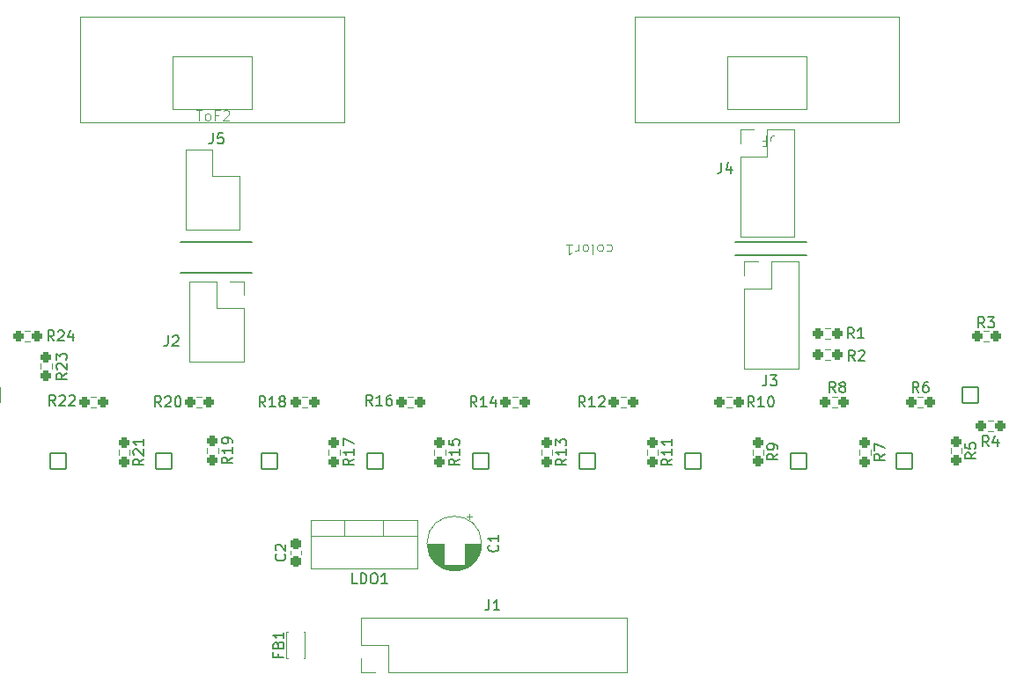
<source format=gbr>
%TF.GenerationSoftware,KiCad,Pcbnew,8.0.5*%
%TF.CreationDate,2024-09-27T22:13:58+09:00*%
%TF.ProjectId,_____,e9a4f3fa-7f2e-46b6-9963-61645f706362,rev?*%
%TF.SameCoordinates,Original*%
%TF.FileFunction,Legend,Top*%
%TF.FilePolarity,Positive*%
%FSLAX46Y46*%
G04 Gerber Fmt 4.6, Leading zero omitted, Abs format (unit mm)*
G04 Created by KiCad (PCBNEW 8.0.5) date 2024-09-27 22:13:58*
%MOMM*%
%LPD*%
G01*
G04 APERTURE LIST*
G04 Aperture macros list*
%AMRoundRect*
0 Rectangle with rounded corners*
0 $1 Rounding radius*
0 $2 $3 $4 $5 $6 $7 $8 $9 X,Y pos of 4 corners*
0 Add a 4 corners polygon primitive as box body*
4,1,4,$2,$3,$4,$5,$6,$7,$8,$9,$2,$3,0*
0 Add four circle primitives for the rounded corners*
1,1,$1+$1,$2,$3*
1,1,$1+$1,$4,$5*
1,1,$1+$1,$6,$7*
1,1,$1+$1,$8,$9*
0 Add four rect primitives between the rounded corners*
20,1,$1+$1,$2,$3,$4,$5,0*
20,1,$1+$1,$4,$5,$6,$7,0*
20,1,$1+$1,$6,$7,$8,$9,0*
20,1,$1+$1,$8,$9,$2,$3,0*%
G04 Aperture macros list end*
%ADD10C,0.150000*%
%ADD11C,0.100000*%
%ADD12C,0.120000*%
%ADD13C,5.600000*%
%ADD14RoundRect,0.237500X-0.237500X0.250000X-0.237500X-0.250000X0.237500X-0.250000X0.237500X0.250000X0*%
%ADD15RoundRect,0.237500X-0.250000X-0.237500X0.250000X-0.237500X0.250000X0.237500X-0.250000X0.237500X0*%
%ADD16RoundRect,0.237500X0.237500X-0.300000X0.237500X0.300000X-0.237500X0.300000X-0.237500X-0.300000X0*%
%ADD17R,1.700000X1.700000*%
%ADD18O,1.700000X1.700000*%
%ADD19C,1.524000*%
%ADD20R,1.600000X1.600000*%
%ADD21C,1.600000*%
%ADD22RoundRect,0.237500X0.250000X0.237500X-0.250000X0.237500X-0.250000X-0.237500X0.250000X-0.237500X0*%
%ADD23R,0.950000X1.200000*%
%ADD24R,1.905000X2.000000*%
%ADD25O,1.905000X2.000000*%
%ADD26RoundRect,0.102000X0.750000X-0.750000X0.750000X0.750000X-0.750000X0.750000X-0.750000X-0.750000X0*%
%ADD27C,1.704000*%
G04 APERTURE END LIST*
D10*
X112231886Y-70355000D02*
X119089886Y-70355000D01*
X119089886Y-69085000D02*
X112231886Y-69085000D01*
X58891886Y-69085000D02*
X65749886Y-69085000D01*
X58891886Y-72006000D02*
X65749886Y-72006000D01*
X135325705Y-89317666D02*
X134849514Y-89650999D01*
X135325705Y-89889094D02*
X134325705Y-89889094D01*
X134325705Y-89889094D02*
X134325705Y-89508142D01*
X134325705Y-89508142D02*
X134373324Y-89412904D01*
X134373324Y-89412904D02*
X134420943Y-89365285D01*
X134420943Y-89365285D02*
X134516181Y-89317666D01*
X134516181Y-89317666D02*
X134659038Y-89317666D01*
X134659038Y-89317666D02*
X134754276Y-89365285D01*
X134754276Y-89365285D02*
X134801895Y-89412904D01*
X134801895Y-89412904D02*
X134849514Y-89508142D01*
X134849514Y-89508142D02*
X134849514Y-89889094D01*
X134325705Y-88412904D02*
X134325705Y-88889094D01*
X134325705Y-88889094D02*
X134801895Y-88936713D01*
X134801895Y-88936713D02*
X134754276Y-88889094D01*
X134754276Y-88889094D02*
X134706657Y-88793856D01*
X134706657Y-88793856D02*
X134706657Y-88555761D01*
X134706657Y-88555761D02*
X134754276Y-88460523D01*
X134754276Y-88460523D02*
X134801895Y-88412904D01*
X134801895Y-88412904D02*
X134897133Y-88365285D01*
X134897133Y-88365285D02*
X135135228Y-88365285D01*
X135135228Y-88365285D02*
X135230466Y-88412904D01*
X135230466Y-88412904D02*
X135278086Y-88460523D01*
X135278086Y-88460523D02*
X135325705Y-88555761D01*
X135325705Y-88555761D02*
X135325705Y-88793856D01*
X135325705Y-88793856D02*
X135278086Y-88889094D01*
X135278086Y-88889094D02*
X135230466Y-88936713D01*
X87332028Y-84906819D02*
X86998695Y-84430628D01*
X86760600Y-84906819D02*
X86760600Y-83906819D01*
X86760600Y-83906819D02*
X87141552Y-83906819D01*
X87141552Y-83906819D02*
X87236790Y-83954438D01*
X87236790Y-83954438D02*
X87284409Y-84002057D01*
X87284409Y-84002057D02*
X87332028Y-84097295D01*
X87332028Y-84097295D02*
X87332028Y-84240152D01*
X87332028Y-84240152D02*
X87284409Y-84335390D01*
X87284409Y-84335390D02*
X87236790Y-84383009D01*
X87236790Y-84383009D02*
X87141552Y-84430628D01*
X87141552Y-84430628D02*
X86760600Y-84430628D01*
X88284409Y-84906819D02*
X87712981Y-84906819D01*
X87998695Y-84906819D02*
X87998695Y-83906819D01*
X87998695Y-83906819D02*
X87903457Y-84049676D01*
X87903457Y-84049676D02*
X87808219Y-84144914D01*
X87808219Y-84144914D02*
X87712981Y-84192533D01*
X89141552Y-84240152D02*
X89141552Y-84906819D01*
X88903457Y-83859200D02*
X88665362Y-84573485D01*
X88665362Y-84573485D02*
X89284409Y-84573485D01*
X77299028Y-84779819D02*
X76965695Y-84303628D01*
X76727600Y-84779819D02*
X76727600Y-83779819D01*
X76727600Y-83779819D02*
X77108552Y-83779819D01*
X77108552Y-83779819D02*
X77203790Y-83827438D01*
X77203790Y-83827438D02*
X77251409Y-83875057D01*
X77251409Y-83875057D02*
X77299028Y-83970295D01*
X77299028Y-83970295D02*
X77299028Y-84113152D01*
X77299028Y-84113152D02*
X77251409Y-84208390D01*
X77251409Y-84208390D02*
X77203790Y-84256009D01*
X77203790Y-84256009D02*
X77108552Y-84303628D01*
X77108552Y-84303628D02*
X76727600Y-84303628D01*
X78251409Y-84779819D02*
X77679981Y-84779819D01*
X77965695Y-84779819D02*
X77965695Y-83779819D01*
X77965695Y-83779819D02*
X77870457Y-83922676D01*
X77870457Y-83922676D02*
X77775219Y-84017914D01*
X77775219Y-84017914D02*
X77679981Y-84065533D01*
X79108552Y-83779819D02*
X78918076Y-83779819D01*
X78918076Y-83779819D02*
X78822838Y-83827438D01*
X78822838Y-83827438D02*
X78775219Y-83875057D01*
X78775219Y-83875057D02*
X78679981Y-84017914D01*
X78679981Y-84017914D02*
X78632362Y-84208390D01*
X78632362Y-84208390D02*
X78632362Y-84589342D01*
X78632362Y-84589342D02*
X78679981Y-84684580D01*
X78679981Y-84684580D02*
X78727600Y-84732200D01*
X78727600Y-84732200D02*
X78822838Y-84779819D01*
X78822838Y-84779819D02*
X79013314Y-84779819D01*
X79013314Y-84779819D02*
X79108552Y-84732200D01*
X79108552Y-84732200D02*
X79156171Y-84684580D01*
X79156171Y-84684580D02*
X79203790Y-84589342D01*
X79203790Y-84589342D02*
X79203790Y-84351247D01*
X79203790Y-84351247D02*
X79156171Y-84256009D01*
X79156171Y-84256009D02*
X79108552Y-84208390D01*
X79108552Y-84208390D02*
X79013314Y-84160771D01*
X79013314Y-84160771D02*
X78822838Y-84160771D01*
X78822838Y-84160771D02*
X78727600Y-84208390D01*
X78727600Y-84208390D02*
X78679981Y-84256009D01*
X78679981Y-84256009D02*
X78632362Y-84351247D01*
X136576219Y-88716819D02*
X136242886Y-88240628D01*
X136004791Y-88716819D02*
X136004791Y-87716819D01*
X136004791Y-87716819D02*
X136385743Y-87716819D01*
X136385743Y-87716819D02*
X136480981Y-87764438D01*
X136480981Y-87764438D02*
X136528600Y-87812057D01*
X136528600Y-87812057D02*
X136576219Y-87907295D01*
X136576219Y-87907295D02*
X136576219Y-88050152D01*
X136576219Y-88050152D02*
X136528600Y-88145390D01*
X136528600Y-88145390D02*
X136480981Y-88193009D01*
X136480981Y-88193009D02*
X136385743Y-88240628D01*
X136385743Y-88240628D02*
X136004791Y-88240628D01*
X137433362Y-88050152D02*
X137433362Y-88716819D01*
X137195267Y-87669200D02*
X136957172Y-88383485D01*
X136957172Y-88383485D02*
X137576219Y-88383485D01*
X75508705Y-89920857D02*
X75032514Y-90254190D01*
X75508705Y-90492285D02*
X74508705Y-90492285D01*
X74508705Y-90492285D02*
X74508705Y-90111333D01*
X74508705Y-90111333D02*
X74556324Y-90016095D01*
X74556324Y-90016095D02*
X74603943Y-89968476D01*
X74603943Y-89968476D02*
X74699181Y-89920857D01*
X74699181Y-89920857D02*
X74842038Y-89920857D01*
X74842038Y-89920857D02*
X74937276Y-89968476D01*
X74937276Y-89968476D02*
X74984895Y-90016095D01*
X74984895Y-90016095D02*
X75032514Y-90111333D01*
X75032514Y-90111333D02*
X75032514Y-90492285D01*
X75508705Y-88968476D02*
X75508705Y-89539904D01*
X75508705Y-89254190D02*
X74508705Y-89254190D01*
X74508705Y-89254190D02*
X74651562Y-89349428D01*
X74651562Y-89349428D02*
X74746800Y-89444666D01*
X74746800Y-89444666D02*
X74794419Y-89539904D01*
X74508705Y-88635142D02*
X74508705Y-87968476D01*
X74508705Y-87968476D02*
X75508705Y-88397047D01*
X68870466Y-99096666D02*
X68918086Y-99144285D01*
X68918086Y-99144285D02*
X68965705Y-99287142D01*
X68965705Y-99287142D02*
X68965705Y-99382380D01*
X68965705Y-99382380D02*
X68918086Y-99525237D01*
X68918086Y-99525237D02*
X68822847Y-99620475D01*
X68822847Y-99620475D02*
X68727609Y-99668094D01*
X68727609Y-99668094D02*
X68537133Y-99715713D01*
X68537133Y-99715713D02*
X68394276Y-99715713D01*
X68394276Y-99715713D02*
X68203800Y-99668094D01*
X68203800Y-99668094D02*
X68108562Y-99620475D01*
X68108562Y-99620475D02*
X68013324Y-99525237D01*
X68013324Y-99525237D02*
X67965705Y-99382380D01*
X67965705Y-99382380D02*
X67965705Y-99287142D01*
X67965705Y-99287142D02*
X68013324Y-99144285D01*
X68013324Y-99144285D02*
X68060943Y-99096666D01*
X68060943Y-98715713D02*
X68013324Y-98668094D01*
X68013324Y-98668094D02*
X67965705Y-98572856D01*
X67965705Y-98572856D02*
X67965705Y-98334761D01*
X67965705Y-98334761D02*
X68013324Y-98239523D01*
X68013324Y-98239523D02*
X68060943Y-98191904D01*
X68060943Y-98191904D02*
X68156181Y-98144285D01*
X68156181Y-98144285D02*
X68251419Y-98144285D01*
X68251419Y-98144285D02*
X68394276Y-98191904D01*
X68394276Y-98191904D02*
X68965705Y-98763332D01*
X68965705Y-98763332D02*
X68965705Y-98144285D01*
X115200552Y-81874819D02*
X115200552Y-82589104D01*
X115200552Y-82589104D02*
X115152933Y-82731961D01*
X115152933Y-82731961D02*
X115057695Y-82827200D01*
X115057695Y-82827200D02*
X114914838Y-82874819D01*
X114914838Y-82874819D02*
X114819600Y-82874819D01*
X115581505Y-81874819D02*
X116200552Y-81874819D01*
X116200552Y-81874819D02*
X115867219Y-82255771D01*
X115867219Y-82255771D02*
X116010076Y-82255771D01*
X116010076Y-82255771D02*
X116105314Y-82303390D01*
X116105314Y-82303390D02*
X116152933Y-82351009D01*
X116152933Y-82351009D02*
X116200552Y-82446247D01*
X116200552Y-82446247D02*
X116200552Y-82684342D01*
X116200552Y-82684342D02*
X116152933Y-82779580D01*
X116152933Y-82779580D02*
X116105314Y-82827200D01*
X116105314Y-82827200D02*
X116010076Y-82874819D01*
X116010076Y-82874819D02*
X115724362Y-82874819D01*
X115724362Y-82874819D02*
X115629124Y-82827200D01*
X115629124Y-82827200D02*
X115581505Y-82779580D01*
X106115705Y-89920857D02*
X105639514Y-90254190D01*
X106115705Y-90492285D02*
X105115705Y-90492285D01*
X105115705Y-90492285D02*
X105115705Y-90111333D01*
X105115705Y-90111333D02*
X105163324Y-90016095D01*
X105163324Y-90016095D02*
X105210943Y-89968476D01*
X105210943Y-89968476D02*
X105306181Y-89920857D01*
X105306181Y-89920857D02*
X105449038Y-89920857D01*
X105449038Y-89920857D02*
X105544276Y-89968476D01*
X105544276Y-89968476D02*
X105591895Y-90016095D01*
X105591895Y-90016095D02*
X105639514Y-90111333D01*
X105639514Y-90111333D02*
X105639514Y-90492285D01*
X106115705Y-88968476D02*
X106115705Y-89539904D01*
X106115705Y-89254190D02*
X105115705Y-89254190D01*
X105115705Y-89254190D02*
X105258562Y-89349428D01*
X105258562Y-89349428D02*
X105353800Y-89444666D01*
X105353800Y-89444666D02*
X105401419Y-89539904D01*
X106115705Y-88016095D02*
X106115705Y-88587523D01*
X106115705Y-88301809D02*
X105115705Y-88301809D01*
X105115705Y-88301809D02*
X105258562Y-88397047D01*
X105258562Y-88397047D02*
X105353800Y-88492285D01*
X105353800Y-88492285D02*
X105401419Y-88587523D01*
X63824705Y-89770357D02*
X63348514Y-90103690D01*
X63824705Y-90341785D02*
X62824705Y-90341785D01*
X62824705Y-90341785D02*
X62824705Y-89960833D01*
X62824705Y-89960833D02*
X62872324Y-89865595D01*
X62872324Y-89865595D02*
X62919943Y-89817976D01*
X62919943Y-89817976D02*
X63015181Y-89770357D01*
X63015181Y-89770357D02*
X63158038Y-89770357D01*
X63158038Y-89770357D02*
X63253276Y-89817976D01*
X63253276Y-89817976D02*
X63300895Y-89865595D01*
X63300895Y-89865595D02*
X63348514Y-89960833D01*
X63348514Y-89960833D02*
X63348514Y-90341785D01*
X63824705Y-88817976D02*
X63824705Y-89389404D01*
X63824705Y-89103690D02*
X62824705Y-89103690D01*
X62824705Y-89103690D02*
X62967562Y-89198928D01*
X62967562Y-89198928D02*
X63062800Y-89294166D01*
X63062800Y-89294166D02*
X63110419Y-89389404D01*
X63824705Y-88341785D02*
X63824705Y-88151309D01*
X63824705Y-88151309D02*
X63777086Y-88056071D01*
X63777086Y-88056071D02*
X63729466Y-88008452D01*
X63729466Y-88008452D02*
X63586609Y-87913214D01*
X63586609Y-87913214D02*
X63396133Y-87865595D01*
X63396133Y-87865595D02*
X63015181Y-87865595D01*
X63015181Y-87865595D02*
X62919943Y-87913214D01*
X62919943Y-87913214D02*
X62872324Y-87960833D01*
X62872324Y-87960833D02*
X62824705Y-88056071D01*
X62824705Y-88056071D02*
X62824705Y-88246547D01*
X62824705Y-88246547D02*
X62872324Y-88341785D01*
X62872324Y-88341785D02*
X62919943Y-88389404D01*
X62919943Y-88389404D02*
X63015181Y-88437023D01*
X63015181Y-88437023D02*
X63253276Y-88437023D01*
X63253276Y-88437023D02*
X63348514Y-88389404D01*
X63348514Y-88389404D02*
X63396133Y-88341785D01*
X63396133Y-88341785D02*
X63443752Y-88246547D01*
X63443752Y-88246547D02*
X63443752Y-88056071D01*
X63443752Y-88056071D02*
X63396133Y-87960833D01*
X63396133Y-87960833D02*
X63348514Y-87913214D01*
X63348514Y-87913214D02*
X63253276Y-87865595D01*
X47916705Y-81665857D02*
X47440514Y-81999190D01*
X47916705Y-82237285D02*
X46916705Y-82237285D01*
X46916705Y-82237285D02*
X46916705Y-81856333D01*
X46916705Y-81856333D02*
X46964324Y-81761095D01*
X46964324Y-81761095D02*
X47011943Y-81713476D01*
X47011943Y-81713476D02*
X47107181Y-81665857D01*
X47107181Y-81665857D02*
X47250038Y-81665857D01*
X47250038Y-81665857D02*
X47345276Y-81713476D01*
X47345276Y-81713476D02*
X47392895Y-81761095D01*
X47392895Y-81761095D02*
X47440514Y-81856333D01*
X47440514Y-81856333D02*
X47440514Y-82237285D01*
X47011943Y-81284904D02*
X46964324Y-81237285D01*
X46964324Y-81237285D02*
X46916705Y-81142047D01*
X46916705Y-81142047D02*
X46916705Y-80903952D01*
X46916705Y-80903952D02*
X46964324Y-80808714D01*
X46964324Y-80808714D02*
X47011943Y-80761095D01*
X47011943Y-80761095D02*
X47107181Y-80713476D01*
X47107181Y-80713476D02*
X47202419Y-80713476D01*
X47202419Y-80713476D02*
X47345276Y-80761095D01*
X47345276Y-80761095D02*
X47916705Y-81332523D01*
X47916705Y-81332523D02*
X47916705Y-80713476D01*
X46916705Y-80380142D02*
X46916705Y-79761095D01*
X46916705Y-79761095D02*
X47297657Y-80094428D01*
X47297657Y-80094428D02*
X47297657Y-79951571D01*
X47297657Y-79951571D02*
X47345276Y-79856333D01*
X47345276Y-79856333D02*
X47392895Y-79808714D01*
X47392895Y-79808714D02*
X47488133Y-79761095D01*
X47488133Y-79761095D02*
X47726228Y-79761095D01*
X47726228Y-79761095D02*
X47821466Y-79808714D01*
X47821466Y-79808714D02*
X47869086Y-79856333D01*
X47869086Y-79856333D02*
X47916705Y-79951571D01*
X47916705Y-79951571D02*
X47916705Y-80237285D01*
X47916705Y-80237285D02*
X47869086Y-80332523D01*
X47869086Y-80332523D02*
X47821466Y-80380142D01*
D11*
X60347029Y-56350419D02*
X60918457Y-56350419D01*
X60632743Y-57350419D02*
X60632743Y-56350419D01*
X61394648Y-57350419D02*
X61299410Y-57302800D01*
X61299410Y-57302800D02*
X61251791Y-57255180D01*
X61251791Y-57255180D02*
X61204172Y-57159942D01*
X61204172Y-57159942D02*
X61204172Y-56874228D01*
X61204172Y-56874228D02*
X61251791Y-56778990D01*
X61251791Y-56778990D02*
X61299410Y-56731371D01*
X61299410Y-56731371D02*
X61394648Y-56683752D01*
X61394648Y-56683752D02*
X61537505Y-56683752D01*
X61537505Y-56683752D02*
X61632743Y-56731371D01*
X61632743Y-56731371D02*
X61680362Y-56778990D01*
X61680362Y-56778990D02*
X61727981Y-56874228D01*
X61727981Y-56874228D02*
X61727981Y-57159942D01*
X61727981Y-57159942D02*
X61680362Y-57255180D01*
X61680362Y-57255180D02*
X61632743Y-57302800D01*
X61632743Y-57302800D02*
X61537505Y-57350419D01*
X61537505Y-57350419D02*
X61394648Y-57350419D01*
X62489886Y-56826609D02*
X62156553Y-56826609D01*
X62156553Y-57350419D02*
X62156553Y-56350419D01*
X62156553Y-56350419D02*
X62632743Y-56350419D01*
X62966077Y-56445657D02*
X63013696Y-56398038D01*
X63013696Y-56398038D02*
X63108934Y-56350419D01*
X63108934Y-56350419D02*
X63347029Y-56350419D01*
X63347029Y-56350419D02*
X63442267Y-56398038D01*
X63442267Y-56398038D02*
X63489886Y-56445657D01*
X63489886Y-56445657D02*
X63537505Y-56540895D01*
X63537505Y-56540895D02*
X63537505Y-56636133D01*
X63537505Y-56636133D02*
X63489886Y-56778990D01*
X63489886Y-56778990D02*
X62918458Y-57350419D01*
X62918458Y-57350419D02*
X63537505Y-57350419D01*
D10*
X55315705Y-89920857D02*
X54839514Y-90254190D01*
X55315705Y-90492285D02*
X54315705Y-90492285D01*
X54315705Y-90492285D02*
X54315705Y-90111333D01*
X54315705Y-90111333D02*
X54363324Y-90016095D01*
X54363324Y-90016095D02*
X54410943Y-89968476D01*
X54410943Y-89968476D02*
X54506181Y-89920857D01*
X54506181Y-89920857D02*
X54649038Y-89920857D01*
X54649038Y-89920857D02*
X54744276Y-89968476D01*
X54744276Y-89968476D02*
X54791895Y-90016095D01*
X54791895Y-90016095D02*
X54839514Y-90111333D01*
X54839514Y-90111333D02*
X54839514Y-90492285D01*
X54410943Y-89539904D02*
X54363324Y-89492285D01*
X54363324Y-89492285D02*
X54315705Y-89397047D01*
X54315705Y-89397047D02*
X54315705Y-89158952D01*
X54315705Y-89158952D02*
X54363324Y-89063714D01*
X54363324Y-89063714D02*
X54410943Y-89016095D01*
X54410943Y-89016095D02*
X54506181Y-88968476D01*
X54506181Y-88968476D02*
X54601419Y-88968476D01*
X54601419Y-88968476D02*
X54744276Y-89016095D01*
X54744276Y-89016095D02*
X55315705Y-89587523D01*
X55315705Y-89587523D02*
X55315705Y-88968476D01*
X55315705Y-88016095D02*
X55315705Y-88587523D01*
X55315705Y-88301809D02*
X54315705Y-88301809D01*
X54315705Y-88301809D02*
X54458562Y-88397047D01*
X54458562Y-88397047D02*
X54553800Y-88492285D01*
X54553800Y-88492285D02*
X54601419Y-88587523D01*
X97746028Y-84906819D02*
X97412695Y-84430628D01*
X97174600Y-84906819D02*
X97174600Y-83906819D01*
X97174600Y-83906819D02*
X97555552Y-83906819D01*
X97555552Y-83906819D02*
X97650790Y-83954438D01*
X97650790Y-83954438D02*
X97698409Y-84002057D01*
X97698409Y-84002057D02*
X97746028Y-84097295D01*
X97746028Y-84097295D02*
X97746028Y-84240152D01*
X97746028Y-84240152D02*
X97698409Y-84335390D01*
X97698409Y-84335390D02*
X97650790Y-84383009D01*
X97650790Y-84383009D02*
X97555552Y-84430628D01*
X97555552Y-84430628D02*
X97174600Y-84430628D01*
X98698409Y-84906819D02*
X98126981Y-84906819D01*
X98412695Y-84906819D02*
X98412695Y-83906819D01*
X98412695Y-83906819D02*
X98317457Y-84049676D01*
X98317457Y-84049676D02*
X98222219Y-84144914D01*
X98222219Y-84144914D02*
X98126981Y-84192533D01*
X99079362Y-84002057D02*
X99126981Y-83954438D01*
X99126981Y-83954438D02*
X99222219Y-83906819D01*
X99222219Y-83906819D02*
X99460314Y-83906819D01*
X99460314Y-83906819D02*
X99555552Y-83954438D01*
X99555552Y-83954438D02*
X99603171Y-84002057D01*
X99603171Y-84002057D02*
X99650790Y-84097295D01*
X99650790Y-84097295D02*
X99650790Y-84192533D01*
X99650790Y-84192533D02*
X99603171Y-84335390D01*
X99603171Y-84335390D02*
X99031743Y-84906819D01*
X99031743Y-84906819D02*
X99650790Y-84906819D01*
X89350466Y-98223666D02*
X89398086Y-98271285D01*
X89398086Y-98271285D02*
X89445705Y-98414142D01*
X89445705Y-98414142D02*
X89445705Y-98509380D01*
X89445705Y-98509380D02*
X89398086Y-98652237D01*
X89398086Y-98652237D02*
X89302847Y-98747475D01*
X89302847Y-98747475D02*
X89207609Y-98795094D01*
X89207609Y-98795094D02*
X89017133Y-98842713D01*
X89017133Y-98842713D02*
X88874276Y-98842713D01*
X88874276Y-98842713D02*
X88683800Y-98795094D01*
X88683800Y-98795094D02*
X88588562Y-98747475D01*
X88588562Y-98747475D02*
X88493324Y-98652237D01*
X88493324Y-98652237D02*
X88445705Y-98509380D01*
X88445705Y-98509380D02*
X88445705Y-98414142D01*
X88445705Y-98414142D02*
X88493324Y-98271285D01*
X88493324Y-98271285D02*
X88540943Y-98223666D01*
X89445705Y-97271285D02*
X89445705Y-97842713D01*
X89445705Y-97556999D02*
X88445705Y-97556999D01*
X88445705Y-97556999D02*
X88588562Y-97652237D01*
X88588562Y-97652237D02*
X88683800Y-97747475D01*
X88683800Y-97747475D02*
X88731419Y-97842713D01*
X114002028Y-84906819D02*
X113668695Y-84430628D01*
X113430600Y-84906819D02*
X113430600Y-83906819D01*
X113430600Y-83906819D02*
X113811552Y-83906819D01*
X113811552Y-83906819D02*
X113906790Y-83954438D01*
X113906790Y-83954438D02*
X113954409Y-84002057D01*
X113954409Y-84002057D02*
X114002028Y-84097295D01*
X114002028Y-84097295D02*
X114002028Y-84240152D01*
X114002028Y-84240152D02*
X113954409Y-84335390D01*
X113954409Y-84335390D02*
X113906790Y-84383009D01*
X113906790Y-84383009D02*
X113811552Y-84430628D01*
X113811552Y-84430628D02*
X113430600Y-84430628D01*
X114954409Y-84906819D02*
X114382981Y-84906819D01*
X114668695Y-84906819D02*
X114668695Y-83906819D01*
X114668695Y-83906819D02*
X114573457Y-84049676D01*
X114573457Y-84049676D02*
X114478219Y-84144914D01*
X114478219Y-84144914D02*
X114382981Y-84192533D01*
X115573457Y-83906819D02*
X115668695Y-83906819D01*
X115668695Y-83906819D02*
X115763933Y-83954438D01*
X115763933Y-83954438D02*
X115811552Y-84002057D01*
X115811552Y-84002057D02*
X115859171Y-84097295D01*
X115859171Y-84097295D02*
X115906790Y-84287771D01*
X115906790Y-84287771D02*
X115906790Y-84525866D01*
X115906790Y-84525866D02*
X115859171Y-84716342D01*
X115859171Y-84716342D02*
X115811552Y-84811580D01*
X115811552Y-84811580D02*
X115763933Y-84859200D01*
X115763933Y-84859200D02*
X115668695Y-84906819D01*
X115668695Y-84906819D02*
X115573457Y-84906819D01*
X115573457Y-84906819D02*
X115478219Y-84859200D01*
X115478219Y-84859200D02*
X115430600Y-84811580D01*
X115430600Y-84811580D02*
X115382981Y-84716342D01*
X115382981Y-84716342D02*
X115335362Y-84525866D01*
X115335362Y-84525866D02*
X115335362Y-84287771D01*
X115335362Y-84287771D02*
X115382981Y-84097295D01*
X115382981Y-84097295D02*
X115430600Y-84002057D01*
X115430600Y-84002057D02*
X115478219Y-83954438D01*
X115478219Y-83954438D02*
X115573457Y-83906819D01*
X85668705Y-89920857D02*
X85192514Y-90254190D01*
X85668705Y-90492285D02*
X84668705Y-90492285D01*
X84668705Y-90492285D02*
X84668705Y-90111333D01*
X84668705Y-90111333D02*
X84716324Y-90016095D01*
X84716324Y-90016095D02*
X84763943Y-89968476D01*
X84763943Y-89968476D02*
X84859181Y-89920857D01*
X84859181Y-89920857D02*
X85002038Y-89920857D01*
X85002038Y-89920857D02*
X85097276Y-89968476D01*
X85097276Y-89968476D02*
X85144895Y-90016095D01*
X85144895Y-90016095D02*
X85192514Y-90111333D01*
X85192514Y-90111333D02*
X85192514Y-90492285D01*
X85668705Y-88968476D02*
X85668705Y-89539904D01*
X85668705Y-89254190D02*
X84668705Y-89254190D01*
X84668705Y-89254190D02*
X84811562Y-89349428D01*
X84811562Y-89349428D02*
X84906800Y-89444666D01*
X84906800Y-89444666D02*
X84954419Y-89539904D01*
X84668705Y-88063714D02*
X84668705Y-88539904D01*
X84668705Y-88539904D02*
X85144895Y-88587523D01*
X85144895Y-88587523D02*
X85097276Y-88539904D01*
X85097276Y-88539904D02*
X85049657Y-88444666D01*
X85049657Y-88444666D02*
X85049657Y-88206571D01*
X85049657Y-88206571D02*
X85097276Y-88111333D01*
X85097276Y-88111333D02*
X85144895Y-88063714D01*
X85144895Y-88063714D02*
X85240133Y-88016095D01*
X85240133Y-88016095D02*
X85478228Y-88016095D01*
X85478228Y-88016095D02*
X85573466Y-88063714D01*
X85573466Y-88063714D02*
X85621086Y-88111333D01*
X85621086Y-88111333D02*
X85668705Y-88206571D01*
X85668705Y-88206571D02*
X85668705Y-88444666D01*
X85668705Y-88444666D02*
X85621086Y-88539904D01*
X85621086Y-88539904D02*
X85573466Y-88587523D01*
X123687219Y-80461819D02*
X123353886Y-79985628D01*
X123115791Y-80461819D02*
X123115791Y-79461819D01*
X123115791Y-79461819D02*
X123496743Y-79461819D01*
X123496743Y-79461819D02*
X123591981Y-79509438D01*
X123591981Y-79509438D02*
X123639600Y-79557057D01*
X123639600Y-79557057D02*
X123687219Y-79652295D01*
X123687219Y-79652295D02*
X123687219Y-79795152D01*
X123687219Y-79795152D02*
X123639600Y-79890390D01*
X123639600Y-79890390D02*
X123591981Y-79938009D01*
X123591981Y-79938009D02*
X123496743Y-79985628D01*
X123496743Y-79985628D02*
X123115791Y-79985628D01*
X124068172Y-79557057D02*
X124115791Y-79509438D01*
X124115791Y-79509438D02*
X124211029Y-79461819D01*
X124211029Y-79461819D02*
X124449124Y-79461819D01*
X124449124Y-79461819D02*
X124544362Y-79509438D01*
X124544362Y-79509438D02*
X124591981Y-79557057D01*
X124591981Y-79557057D02*
X124639600Y-79652295D01*
X124639600Y-79652295D02*
X124639600Y-79747533D01*
X124639600Y-79747533D02*
X124591981Y-79890390D01*
X124591981Y-79890390D02*
X124020553Y-80461819D01*
X124020553Y-80461819D02*
X124639600Y-80461819D01*
X46692028Y-78556819D02*
X46358695Y-78080628D01*
X46120600Y-78556819D02*
X46120600Y-77556819D01*
X46120600Y-77556819D02*
X46501552Y-77556819D01*
X46501552Y-77556819D02*
X46596790Y-77604438D01*
X46596790Y-77604438D02*
X46644409Y-77652057D01*
X46644409Y-77652057D02*
X46692028Y-77747295D01*
X46692028Y-77747295D02*
X46692028Y-77890152D01*
X46692028Y-77890152D02*
X46644409Y-77985390D01*
X46644409Y-77985390D02*
X46596790Y-78033009D01*
X46596790Y-78033009D02*
X46501552Y-78080628D01*
X46501552Y-78080628D02*
X46120600Y-78080628D01*
X47072981Y-77652057D02*
X47120600Y-77604438D01*
X47120600Y-77604438D02*
X47215838Y-77556819D01*
X47215838Y-77556819D02*
X47453933Y-77556819D01*
X47453933Y-77556819D02*
X47549171Y-77604438D01*
X47549171Y-77604438D02*
X47596790Y-77652057D01*
X47596790Y-77652057D02*
X47644409Y-77747295D01*
X47644409Y-77747295D02*
X47644409Y-77842533D01*
X47644409Y-77842533D02*
X47596790Y-77985390D01*
X47596790Y-77985390D02*
X47025362Y-78556819D01*
X47025362Y-78556819D02*
X47644409Y-78556819D01*
X48501552Y-77890152D02*
X48501552Y-78556819D01*
X48263457Y-77509200D02*
X48025362Y-78223485D01*
X48025362Y-78223485D02*
X48644409Y-78223485D01*
X95955705Y-89920857D02*
X95479514Y-90254190D01*
X95955705Y-90492285D02*
X94955705Y-90492285D01*
X94955705Y-90492285D02*
X94955705Y-90111333D01*
X94955705Y-90111333D02*
X95003324Y-90016095D01*
X95003324Y-90016095D02*
X95050943Y-89968476D01*
X95050943Y-89968476D02*
X95146181Y-89920857D01*
X95146181Y-89920857D02*
X95289038Y-89920857D01*
X95289038Y-89920857D02*
X95384276Y-89968476D01*
X95384276Y-89968476D02*
X95431895Y-90016095D01*
X95431895Y-90016095D02*
X95479514Y-90111333D01*
X95479514Y-90111333D02*
X95479514Y-90492285D01*
X95955705Y-88968476D02*
X95955705Y-89539904D01*
X95955705Y-89254190D02*
X94955705Y-89254190D01*
X94955705Y-89254190D02*
X95098562Y-89349428D01*
X95098562Y-89349428D02*
X95193800Y-89444666D01*
X95193800Y-89444666D02*
X95241419Y-89539904D01*
X94955705Y-88635142D02*
X94955705Y-88016095D01*
X94955705Y-88016095D02*
X95336657Y-88349428D01*
X95336657Y-88349428D02*
X95336657Y-88206571D01*
X95336657Y-88206571D02*
X95384276Y-88111333D01*
X95384276Y-88111333D02*
X95431895Y-88063714D01*
X95431895Y-88063714D02*
X95527133Y-88016095D01*
X95527133Y-88016095D02*
X95765228Y-88016095D01*
X95765228Y-88016095D02*
X95860466Y-88063714D01*
X95860466Y-88063714D02*
X95908086Y-88111333D01*
X95908086Y-88111333D02*
X95955705Y-88206571D01*
X95955705Y-88206571D02*
X95955705Y-88492285D01*
X95955705Y-88492285D02*
X95908086Y-88587523D01*
X95908086Y-88587523D02*
X95860466Y-88635142D01*
X121844219Y-83509819D02*
X121510886Y-83033628D01*
X121272791Y-83509819D02*
X121272791Y-82509819D01*
X121272791Y-82509819D02*
X121653743Y-82509819D01*
X121653743Y-82509819D02*
X121748981Y-82557438D01*
X121748981Y-82557438D02*
X121796600Y-82605057D01*
X121796600Y-82605057D02*
X121844219Y-82700295D01*
X121844219Y-82700295D02*
X121844219Y-82843152D01*
X121844219Y-82843152D02*
X121796600Y-82938390D01*
X121796600Y-82938390D02*
X121748981Y-82986009D01*
X121748981Y-82986009D02*
X121653743Y-83033628D01*
X121653743Y-83033628D02*
X121272791Y-83033628D01*
X122415648Y-82938390D02*
X122320410Y-82890771D01*
X122320410Y-82890771D02*
X122272791Y-82843152D01*
X122272791Y-82843152D02*
X122225172Y-82747914D01*
X122225172Y-82747914D02*
X122225172Y-82700295D01*
X122225172Y-82700295D02*
X122272791Y-82605057D01*
X122272791Y-82605057D02*
X122320410Y-82557438D01*
X122320410Y-82557438D02*
X122415648Y-82509819D01*
X122415648Y-82509819D02*
X122606124Y-82509819D01*
X122606124Y-82509819D02*
X122701362Y-82557438D01*
X122701362Y-82557438D02*
X122748981Y-82605057D01*
X122748981Y-82605057D02*
X122796600Y-82700295D01*
X122796600Y-82700295D02*
X122796600Y-82747914D01*
X122796600Y-82747914D02*
X122748981Y-82843152D01*
X122748981Y-82843152D02*
X122701362Y-82890771D01*
X122701362Y-82890771D02*
X122606124Y-82938390D01*
X122606124Y-82938390D02*
X122415648Y-82938390D01*
X122415648Y-82938390D02*
X122320410Y-82986009D01*
X122320410Y-82986009D02*
X122272791Y-83033628D01*
X122272791Y-83033628D02*
X122225172Y-83128866D01*
X122225172Y-83128866D02*
X122225172Y-83319342D01*
X122225172Y-83319342D02*
X122272791Y-83414580D01*
X122272791Y-83414580D02*
X122320410Y-83462200D01*
X122320410Y-83462200D02*
X122415648Y-83509819D01*
X122415648Y-83509819D02*
X122606124Y-83509819D01*
X122606124Y-83509819D02*
X122701362Y-83462200D01*
X122701362Y-83462200D02*
X122748981Y-83414580D01*
X122748981Y-83414580D02*
X122796600Y-83319342D01*
X122796600Y-83319342D02*
X122796600Y-83128866D01*
X122796600Y-83128866D02*
X122748981Y-83033628D01*
X122748981Y-83033628D02*
X122701362Y-82986009D01*
X122701362Y-82986009D02*
X122606124Y-82938390D01*
X57669552Y-78064819D02*
X57669552Y-78779104D01*
X57669552Y-78779104D02*
X57621933Y-78921961D01*
X57621933Y-78921961D02*
X57526695Y-79017200D01*
X57526695Y-79017200D02*
X57383838Y-79064819D01*
X57383838Y-79064819D02*
X57288600Y-79064819D01*
X58098124Y-78160057D02*
X58145743Y-78112438D01*
X58145743Y-78112438D02*
X58240981Y-78064819D01*
X58240981Y-78064819D02*
X58479076Y-78064819D01*
X58479076Y-78064819D02*
X58574314Y-78112438D01*
X58574314Y-78112438D02*
X58621933Y-78160057D01*
X58621933Y-78160057D02*
X58669552Y-78255295D01*
X58669552Y-78255295D02*
X58669552Y-78350533D01*
X58669552Y-78350533D02*
X58621933Y-78493390D01*
X58621933Y-78493390D02*
X58050505Y-79064819D01*
X58050505Y-79064819D02*
X58669552Y-79064819D01*
D11*
X116972742Y-59830580D02*
X116401314Y-59830580D01*
X116687028Y-58830580D02*
X116687028Y-59830580D01*
X115925123Y-58830580D02*
X116020361Y-58878200D01*
X116020361Y-58878200D02*
X116067980Y-58925819D01*
X116067980Y-58925819D02*
X116115599Y-59021057D01*
X116115599Y-59021057D02*
X116115599Y-59306771D01*
X116115599Y-59306771D02*
X116067980Y-59402009D01*
X116067980Y-59402009D02*
X116020361Y-59449628D01*
X116020361Y-59449628D02*
X115925123Y-59497247D01*
X115925123Y-59497247D02*
X115782266Y-59497247D01*
X115782266Y-59497247D02*
X115687028Y-59449628D01*
X115687028Y-59449628D02*
X115639409Y-59402009D01*
X115639409Y-59402009D02*
X115591790Y-59306771D01*
X115591790Y-59306771D02*
X115591790Y-59021057D01*
X115591790Y-59021057D02*
X115639409Y-58925819D01*
X115639409Y-58925819D02*
X115687028Y-58878200D01*
X115687028Y-58878200D02*
X115782266Y-58830580D01*
X115782266Y-58830580D02*
X115925123Y-58830580D01*
X114829885Y-59354390D02*
X115163218Y-59354390D01*
X115163218Y-58830580D02*
X115163218Y-59830580D01*
X115163218Y-59830580D02*
X114687028Y-59830580D01*
X113782266Y-58830580D02*
X114353694Y-58830580D01*
X114067980Y-58830580D02*
X114067980Y-59830580D01*
X114067980Y-59830580D02*
X114163218Y-59687723D01*
X114163218Y-59687723D02*
X114258456Y-59592485D01*
X114258456Y-59592485D02*
X114353694Y-59544866D01*
D10*
X129845219Y-83509819D02*
X129511886Y-83033628D01*
X129273791Y-83509819D02*
X129273791Y-82509819D01*
X129273791Y-82509819D02*
X129654743Y-82509819D01*
X129654743Y-82509819D02*
X129749981Y-82557438D01*
X129749981Y-82557438D02*
X129797600Y-82605057D01*
X129797600Y-82605057D02*
X129845219Y-82700295D01*
X129845219Y-82700295D02*
X129845219Y-82843152D01*
X129845219Y-82843152D02*
X129797600Y-82938390D01*
X129797600Y-82938390D02*
X129749981Y-82986009D01*
X129749981Y-82986009D02*
X129654743Y-83033628D01*
X129654743Y-83033628D02*
X129273791Y-83033628D01*
X130702362Y-82509819D02*
X130511886Y-82509819D01*
X130511886Y-82509819D02*
X130416648Y-82557438D01*
X130416648Y-82557438D02*
X130369029Y-82605057D01*
X130369029Y-82605057D02*
X130273791Y-82747914D01*
X130273791Y-82747914D02*
X130226172Y-82938390D01*
X130226172Y-82938390D02*
X130226172Y-83319342D01*
X130226172Y-83319342D02*
X130273791Y-83414580D01*
X130273791Y-83414580D02*
X130321410Y-83462200D01*
X130321410Y-83462200D02*
X130416648Y-83509819D01*
X130416648Y-83509819D02*
X130607124Y-83509819D01*
X130607124Y-83509819D02*
X130702362Y-83462200D01*
X130702362Y-83462200D02*
X130749981Y-83414580D01*
X130749981Y-83414580D02*
X130797600Y-83319342D01*
X130797600Y-83319342D02*
X130797600Y-83081247D01*
X130797600Y-83081247D02*
X130749981Y-82986009D01*
X130749981Y-82986009D02*
X130702362Y-82938390D01*
X130702362Y-82938390D02*
X130607124Y-82890771D01*
X130607124Y-82890771D02*
X130416648Y-82890771D01*
X130416648Y-82890771D02*
X130321410Y-82938390D01*
X130321410Y-82938390D02*
X130273791Y-82986009D01*
X130273791Y-82986009D02*
X130226172Y-83081247D01*
X46819028Y-84779819D02*
X46485695Y-84303628D01*
X46247600Y-84779819D02*
X46247600Y-83779819D01*
X46247600Y-83779819D02*
X46628552Y-83779819D01*
X46628552Y-83779819D02*
X46723790Y-83827438D01*
X46723790Y-83827438D02*
X46771409Y-83875057D01*
X46771409Y-83875057D02*
X46819028Y-83970295D01*
X46819028Y-83970295D02*
X46819028Y-84113152D01*
X46819028Y-84113152D02*
X46771409Y-84208390D01*
X46771409Y-84208390D02*
X46723790Y-84256009D01*
X46723790Y-84256009D02*
X46628552Y-84303628D01*
X46628552Y-84303628D02*
X46247600Y-84303628D01*
X47199981Y-83875057D02*
X47247600Y-83827438D01*
X47247600Y-83827438D02*
X47342838Y-83779819D01*
X47342838Y-83779819D02*
X47580933Y-83779819D01*
X47580933Y-83779819D02*
X47676171Y-83827438D01*
X47676171Y-83827438D02*
X47723790Y-83875057D01*
X47723790Y-83875057D02*
X47771409Y-83970295D01*
X47771409Y-83970295D02*
X47771409Y-84065533D01*
X47771409Y-84065533D02*
X47723790Y-84208390D01*
X47723790Y-84208390D02*
X47152362Y-84779819D01*
X47152362Y-84779819D02*
X47771409Y-84779819D01*
X48152362Y-83875057D02*
X48199981Y-83827438D01*
X48199981Y-83827438D02*
X48295219Y-83779819D01*
X48295219Y-83779819D02*
X48533314Y-83779819D01*
X48533314Y-83779819D02*
X48628552Y-83827438D01*
X48628552Y-83827438D02*
X48676171Y-83875057D01*
X48676171Y-83875057D02*
X48723790Y-83970295D01*
X48723790Y-83970295D02*
X48723790Y-84065533D01*
X48723790Y-84065533D02*
X48676171Y-84208390D01*
X48676171Y-84208390D02*
X48104743Y-84779819D01*
X48104743Y-84779819D02*
X48723790Y-84779819D01*
X88530552Y-103464819D02*
X88530552Y-104179104D01*
X88530552Y-104179104D02*
X88482933Y-104321961D01*
X88482933Y-104321961D02*
X88387695Y-104417200D01*
X88387695Y-104417200D02*
X88244838Y-104464819D01*
X88244838Y-104464819D02*
X88149600Y-104464819D01*
X89530552Y-104464819D02*
X88959124Y-104464819D01*
X89244838Y-104464819D02*
X89244838Y-103464819D01*
X89244838Y-103464819D02*
X89149600Y-103607676D01*
X89149600Y-103607676D02*
X89054362Y-103702914D01*
X89054362Y-103702914D02*
X88959124Y-103750533D01*
X110882552Y-61427819D02*
X110882552Y-62142104D01*
X110882552Y-62142104D02*
X110834933Y-62284961D01*
X110834933Y-62284961D02*
X110739695Y-62380200D01*
X110739695Y-62380200D02*
X110596838Y-62427819D01*
X110596838Y-62427819D02*
X110501600Y-62427819D01*
X111787314Y-61761152D02*
X111787314Y-62427819D01*
X111549219Y-61380200D02*
X111311124Y-62094485D01*
X111311124Y-62094485D02*
X111930171Y-62094485D01*
X68246895Y-108653333D02*
X68246895Y-108986666D01*
X68770705Y-108986666D02*
X67770705Y-108986666D01*
X67770705Y-108986666D02*
X67770705Y-108510476D01*
X68246895Y-107796190D02*
X68294514Y-107653333D01*
X68294514Y-107653333D02*
X68342133Y-107605714D01*
X68342133Y-107605714D02*
X68437371Y-107558095D01*
X68437371Y-107558095D02*
X68580228Y-107558095D01*
X68580228Y-107558095D02*
X68675466Y-107605714D01*
X68675466Y-107605714D02*
X68723086Y-107653333D01*
X68723086Y-107653333D02*
X68770705Y-107748571D01*
X68770705Y-107748571D02*
X68770705Y-108129523D01*
X68770705Y-108129523D02*
X67770705Y-108129523D01*
X67770705Y-108129523D02*
X67770705Y-107796190D01*
X67770705Y-107796190D02*
X67818324Y-107700952D01*
X67818324Y-107700952D02*
X67865943Y-107653333D01*
X67865943Y-107653333D02*
X67961181Y-107605714D01*
X67961181Y-107605714D02*
X68056419Y-107605714D01*
X68056419Y-107605714D02*
X68151657Y-107653333D01*
X68151657Y-107653333D02*
X68199276Y-107700952D01*
X68199276Y-107700952D02*
X68246895Y-107796190D01*
X68246895Y-107796190D02*
X68246895Y-108129523D01*
X68770705Y-106605714D02*
X68770705Y-107177142D01*
X68770705Y-106891428D02*
X67770705Y-106891428D01*
X67770705Y-106891428D02*
X67913562Y-106986666D01*
X67913562Y-106986666D02*
X68008800Y-107081904D01*
X68008800Y-107081904D02*
X68056419Y-107177142D01*
X116275705Y-89421166D02*
X115799514Y-89754499D01*
X116275705Y-89992594D02*
X115275705Y-89992594D01*
X115275705Y-89992594D02*
X115275705Y-89611642D01*
X115275705Y-89611642D02*
X115323324Y-89516404D01*
X115323324Y-89516404D02*
X115370943Y-89468785D01*
X115370943Y-89468785D02*
X115466181Y-89421166D01*
X115466181Y-89421166D02*
X115609038Y-89421166D01*
X115609038Y-89421166D02*
X115704276Y-89468785D01*
X115704276Y-89468785D02*
X115751895Y-89516404D01*
X115751895Y-89516404D02*
X115799514Y-89611642D01*
X115799514Y-89611642D02*
X115799514Y-89992594D01*
X116275705Y-88944975D02*
X116275705Y-88754499D01*
X116275705Y-88754499D02*
X116228086Y-88659261D01*
X116228086Y-88659261D02*
X116180466Y-88611642D01*
X116180466Y-88611642D02*
X116037609Y-88516404D01*
X116037609Y-88516404D02*
X115847133Y-88468785D01*
X115847133Y-88468785D02*
X115466181Y-88468785D01*
X115466181Y-88468785D02*
X115370943Y-88516404D01*
X115370943Y-88516404D02*
X115323324Y-88564023D01*
X115323324Y-88564023D02*
X115275705Y-88659261D01*
X115275705Y-88659261D02*
X115275705Y-88849737D01*
X115275705Y-88849737D02*
X115323324Y-88944975D01*
X115323324Y-88944975D02*
X115370943Y-88992594D01*
X115370943Y-88992594D02*
X115466181Y-89040213D01*
X115466181Y-89040213D02*
X115704276Y-89040213D01*
X115704276Y-89040213D02*
X115799514Y-88992594D01*
X115799514Y-88992594D02*
X115847133Y-88944975D01*
X115847133Y-88944975D02*
X115894752Y-88849737D01*
X115894752Y-88849737D02*
X115894752Y-88659261D01*
X115894752Y-88659261D02*
X115847133Y-88564023D01*
X115847133Y-88564023D02*
X115799514Y-88516404D01*
X115799514Y-88516404D02*
X115704276Y-88468785D01*
X123598719Y-78302819D02*
X123265386Y-77826628D01*
X123027291Y-78302819D02*
X123027291Y-77302819D01*
X123027291Y-77302819D02*
X123408243Y-77302819D01*
X123408243Y-77302819D02*
X123503481Y-77350438D01*
X123503481Y-77350438D02*
X123551100Y-77398057D01*
X123551100Y-77398057D02*
X123598719Y-77493295D01*
X123598719Y-77493295D02*
X123598719Y-77636152D01*
X123598719Y-77636152D02*
X123551100Y-77731390D01*
X123551100Y-77731390D02*
X123503481Y-77779009D01*
X123503481Y-77779009D02*
X123408243Y-77826628D01*
X123408243Y-77826628D02*
X123027291Y-77826628D01*
X124551100Y-78302819D02*
X123979672Y-78302819D01*
X124265386Y-78302819D02*
X124265386Y-77302819D01*
X124265386Y-77302819D02*
X124170148Y-77445676D01*
X124170148Y-77445676D02*
X124074910Y-77540914D01*
X124074910Y-77540914D02*
X123979672Y-77588533D01*
X56979028Y-84906819D02*
X56645695Y-84430628D01*
X56407600Y-84906819D02*
X56407600Y-83906819D01*
X56407600Y-83906819D02*
X56788552Y-83906819D01*
X56788552Y-83906819D02*
X56883790Y-83954438D01*
X56883790Y-83954438D02*
X56931409Y-84002057D01*
X56931409Y-84002057D02*
X56979028Y-84097295D01*
X56979028Y-84097295D02*
X56979028Y-84240152D01*
X56979028Y-84240152D02*
X56931409Y-84335390D01*
X56931409Y-84335390D02*
X56883790Y-84383009D01*
X56883790Y-84383009D02*
X56788552Y-84430628D01*
X56788552Y-84430628D02*
X56407600Y-84430628D01*
X57359981Y-84002057D02*
X57407600Y-83954438D01*
X57407600Y-83954438D02*
X57502838Y-83906819D01*
X57502838Y-83906819D02*
X57740933Y-83906819D01*
X57740933Y-83906819D02*
X57836171Y-83954438D01*
X57836171Y-83954438D02*
X57883790Y-84002057D01*
X57883790Y-84002057D02*
X57931409Y-84097295D01*
X57931409Y-84097295D02*
X57931409Y-84192533D01*
X57931409Y-84192533D02*
X57883790Y-84335390D01*
X57883790Y-84335390D02*
X57312362Y-84906819D01*
X57312362Y-84906819D02*
X57931409Y-84906819D01*
X58550457Y-83906819D02*
X58645695Y-83906819D01*
X58645695Y-83906819D02*
X58740933Y-83954438D01*
X58740933Y-83954438D02*
X58788552Y-84002057D01*
X58788552Y-84002057D02*
X58836171Y-84097295D01*
X58836171Y-84097295D02*
X58883790Y-84287771D01*
X58883790Y-84287771D02*
X58883790Y-84525866D01*
X58883790Y-84525866D02*
X58836171Y-84716342D01*
X58836171Y-84716342D02*
X58788552Y-84811580D01*
X58788552Y-84811580D02*
X58740933Y-84859200D01*
X58740933Y-84859200D02*
X58645695Y-84906819D01*
X58645695Y-84906819D02*
X58550457Y-84906819D01*
X58550457Y-84906819D02*
X58455219Y-84859200D01*
X58455219Y-84859200D02*
X58407600Y-84811580D01*
X58407600Y-84811580D02*
X58359981Y-84716342D01*
X58359981Y-84716342D02*
X58312362Y-84525866D01*
X58312362Y-84525866D02*
X58312362Y-84287771D01*
X58312362Y-84287771D02*
X58359981Y-84097295D01*
X58359981Y-84097295D02*
X58407600Y-84002057D01*
X58407600Y-84002057D02*
X58455219Y-83954438D01*
X58455219Y-83954438D02*
X58550457Y-83906819D01*
X61987552Y-58589819D02*
X61987552Y-59304104D01*
X61987552Y-59304104D02*
X61939933Y-59446961D01*
X61939933Y-59446961D02*
X61844695Y-59542200D01*
X61844695Y-59542200D02*
X61701838Y-59589819D01*
X61701838Y-59589819D02*
X61606600Y-59589819D01*
X62939933Y-58589819D02*
X62463743Y-58589819D01*
X62463743Y-58589819D02*
X62416124Y-59066009D01*
X62416124Y-59066009D02*
X62463743Y-59018390D01*
X62463743Y-59018390D02*
X62558981Y-58970771D01*
X62558981Y-58970771D02*
X62797076Y-58970771D01*
X62797076Y-58970771D02*
X62892314Y-59018390D01*
X62892314Y-59018390D02*
X62939933Y-59066009D01*
X62939933Y-59066009D02*
X62987552Y-59161247D01*
X62987552Y-59161247D02*
X62987552Y-59399342D01*
X62987552Y-59399342D02*
X62939933Y-59494580D01*
X62939933Y-59494580D02*
X62892314Y-59542200D01*
X62892314Y-59542200D02*
X62797076Y-59589819D01*
X62797076Y-59589819D02*
X62558981Y-59589819D01*
X62558981Y-59589819D02*
X62463743Y-59542200D01*
X62463743Y-59542200D02*
X62416124Y-59494580D01*
X67012028Y-84906819D02*
X66678695Y-84430628D01*
X66440600Y-84906819D02*
X66440600Y-83906819D01*
X66440600Y-83906819D02*
X66821552Y-83906819D01*
X66821552Y-83906819D02*
X66916790Y-83954438D01*
X66916790Y-83954438D02*
X66964409Y-84002057D01*
X66964409Y-84002057D02*
X67012028Y-84097295D01*
X67012028Y-84097295D02*
X67012028Y-84240152D01*
X67012028Y-84240152D02*
X66964409Y-84335390D01*
X66964409Y-84335390D02*
X66916790Y-84383009D01*
X66916790Y-84383009D02*
X66821552Y-84430628D01*
X66821552Y-84430628D02*
X66440600Y-84430628D01*
X67964409Y-84906819D02*
X67392981Y-84906819D01*
X67678695Y-84906819D02*
X67678695Y-83906819D01*
X67678695Y-83906819D02*
X67583457Y-84049676D01*
X67583457Y-84049676D02*
X67488219Y-84144914D01*
X67488219Y-84144914D02*
X67392981Y-84192533D01*
X68535838Y-84335390D02*
X68440600Y-84287771D01*
X68440600Y-84287771D02*
X68392981Y-84240152D01*
X68392981Y-84240152D02*
X68345362Y-84144914D01*
X68345362Y-84144914D02*
X68345362Y-84097295D01*
X68345362Y-84097295D02*
X68392981Y-84002057D01*
X68392981Y-84002057D02*
X68440600Y-83954438D01*
X68440600Y-83954438D02*
X68535838Y-83906819D01*
X68535838Y-83906819D02*
X68726314Y-83906819D01*
X68726314Y-83906819D02*
X68821552Y-83954438D01*
X68821552Y-83954438D02*
X68869171Y-84002057D01*
X68869171Y-84002057D02*
X68916790Y-84097295D01*
X68916790Y-84097295D02*
X68916790Y-84144914D01*
X68916790Y-84144914D02*
X68869171Y-84240152D01*
X68869171Y-84240152D02*
X68821552Y-84287771D01*
X68821552Y-84287771D02*
X68726314Y-84335390D01*
X68726314Y-84335390D02*
X68535838Y-84335390D01*
X68535838Y-84335390D02*
X68440600Y-84383009D01*
X68440600Y-84383009D02*
X68392981Y-84430628D01*
X68392981Y-84430628D02*
X68345362Y-84525866D01*
X68345362Y-84525866D02*
X68345362Y-84716342D01*
X68345362Y-84716342D02*
X68392981Y-84811580D01*
X68392981Y-84811580D02*
X68440600Y-84859200D01*
X68440600Y-84859200D02*
X68535838Y-84906819D01*
X68535838Y-84906819D02*
X68726314Y-84906819D01*
X68726314Y-84906819D02*
X68821552Y-84859200D01*
X68821552Y-84859200D02*
X68869171Y-84811580D01*
X68869171Y-84811580D02*
X68916790Y-84716342D01*
X68916790Y-84716342D02*
X68916790Y-84525866D01*
X68916790Y-84525866D02*
X68869171Y-84430628D01*
X68869171Y-84430628D02*
X68821552Y-84383009D01*
X68821552Y-84383009D02*
X68726314Y-84335390D01*
X75845523Y-101924819D02*
X75369333Y-101924819D01*
X75369333Y-101924819D02*
X75369333Y-100924819D01*
X76178857Y-101924819D02*
X76178857Y-100924819D01*
X76178857Y-100924819D02*
X76416952Y-100924819D01*
X76416952Y-100924819D02*
X76559809Y-100972438D01*
X76559809Y-100972438D02*
X76655047Y-101067676D01*
X76655047Y-101067676D02*
X76702666Y-101162914D01*
X76702666Y-101162914D02*
X76750285Y-101353390D01*
X76750285Y-101353390D02*
X76750285Y-101496247D01*
X76750285Y-101496247D02*
X76702666Y-101686723D01*
X76702666Y-101686723D02*
X76655047Y-101781961D01*
X76655047Y-101781961D02*
X76559809Y-101877200D01*
X76559809Y-101877200D02*
X76416952Y-101924819D01*
X76416952Y-101924819D02*
X76178857Y-101924819D01*
X77369333Y-100924819D02*
X77559809Y-100924819D01*
X77559809Y-100924819D02*
X77655047Y-100972438D01*
X77655047Y-100972438D02*
X77750285Y-101067676D01*
X77750285Y-101067676D02*
X77797904Y-101258152D01*
X77797904Y-101258152D02*
X77797904Y-101591485D01*
X77797904Y-101591485D02*
X77750285Y-101781961D01*
X77750285Y-101781961D02*
X77655047Y-101877200D01*
X77655047Y-101877200D02*
X77559809Y-101924819D01*
X77559809Y-101924819D02*
X77369333Y-101924819D01*
X77369333Y-101924819D02*
X77274095Y-101877200D01*
X77274095Y-101877200D02*
X77178857Y-101781961D01*
X77178857Y-101781961D02*
X77131238Y-101591485D01*
X77131238Y-101591485D02*
X77131238Y-101258152D01*
X77131238Y-101258152D02*
X77178857Y-101067676D01*
X77178857Y-101067676D02*
X77274095Y-100972438D01*
X77274095Y-100972438D02*
X77369333Y-100924819D01*
X78750285Y-101924819D02*
X78178857Y-101924819D01*
X78464571Y-101924819D02*
X78464571Y-100924819D01*
X78464571Y-100924819D02*
X78369333Y-101067676D01*
X78369333Y-101067676D02*
X78274095Y-101162914D01*
X78274095Y-101162914D02*
X78178857Y-101210533D01*
X136159105Y-77283819D02*
X135825772Y-76807628D01*
X135587677Y-77283819D02*
X135587677Y-76283819D01*
X135587677Y-76283819D02*
X135968629Y-76283819D01*
X135968629Y-76283819D02*
X136063867Y-76331438D01*
X136063867Y-76331438D02*
X136111486Y-76379057D01*
X136111486Y-76379057D02*
X136159105Y-76474295D01*
X136159105Y-76474295D02*
X136159105Y-76617152D01*
X136159105Y-76617152D02*
X136111486Y-76712390D01*
X136111486Y-76712390D02*
X136063867Y-76760009D01*
X136063867Y-76760009D02*
X135968629Y-76807628D01*
X135968629Y-76807628D02*
X135587677Y-76807628D01*
X136492439Y-76283819D02*
X137111486Y-76283819D01*
X137111486Y-76283819D02*
X136778153Y-76664771D01*
X136778153Y-76664771D02*
X136921010Y-76664771D01*
X136921010Y-76664771D02*
X137016248Y-76712390D01*
X137016248Y-76712390D02*
X137063867Y-76760009D01*
X137063867Y-76760009D02*
X137111486Y-76855247D01*
X137111486Y-76855247D02*
X137111486Y-77093342D01*
X137111486Y-77093342D02*
X137063867Y-77188580D01*
X137063867Y-77188580D02*
X137016248Y-77236200D01*
X137016248Y-77236200D02*
X136921010Y-77283819D01*
X136921010Y-77283819D02*
X136635296Y-77283819D01*
X136635296Y-77283819D02*
X136540058Y-77236200D01*
X136540058Y-77236200D02*
X136492439Y-77188580D01*
X126562705Y-89444666D02*
X126086514Y-89777999D01*
X126562705Y-90016094D02*
X125562705Y-90016094D01*
X125562705Y-90016094D02*
X125562705Y-89635142D01*
X125562705Y-89635142D02*
X125610324Y-89539904D01*
X125610324Y-89539904D02*
X125657943Y-89492285D01*
X125657943Y-89492285D02*
X125753181Y-89444666D01*
X125753181Y-89444666D02*
X125896038Y-89444666D01*
X125896038Y-89444666D02*
X125991276Y-89492285D01*
X125991276Y-89492285D02*
X126038895Y-89539904D01*
X126038895Y-89539904D02*
X126086514Y-89635142D01*
X126086514Y-89635142D02*
X126086514Y-90016094D01*
X125562705Y-89111332D02*
X125562705Y-88444666D01*
X125562705Y-88444666D02*
X126562705Y-88873237D01*
D11*
X99849172Y-69310200D02*
X99944410Y-69262580D01*
X99944410Y-69262580D02*
X100134886Y-69262580D01*
X100134886Y-69262580D02*
X100230124Y-69310200D01*
X100230124Y-69310200D02*
X100277743Y-69357819D01*
X100277743Y-69357819D02*
X100325362Y-69453057D01*
X100325362Y-69453057D02*
X100325362Y-69738771D01*
X100325362Y-69738771D02*
X100277743Y-69834009D01*
X100277743Y-69834009D02*
X100230124Y-69881628D01*
X100230124Y-69881628D02*
X100134886Y-69929247D01*
X100134886Y-69929247D02*
X99944410Y-69929247D01*
X99944410Y-69929247D02*
X99849172Y-69881628D01*
X99277743Y-69262580D02*
X99372981Y-69310200D01*
X99372981Y-69310200D02*
X99420600Y-69357819D01*
X99420600Y-69357819D02*
X99468219Y-69453057D01*
X99468219Y-69453057D02*
X99468219Y-69738771D01*
X99468219Y-69738771D02*
X99420600Y-69834009D01*
X99420600Y-69834009D02*
X99372981Y-69881628D01*
X99372981Y-69881628D02*
X99277743Y-69929247D01*
X99277743Y-69929247D02*
X99134886Y-69929247D01*
X99134886Y-69929247D02*
X99039648Y-69881628D01*
X99039648Y-69881628D02*
X98992029Y-69834009D01*
X98992029Y-69834009D02*
X98944410Y-69738771D01*
X98944410Y-69738771D02*
X98944410Y-69453057D01*
X98944410Y-69453057D02*
X98992029Y-69357819D01*
X98992029Y-69357819D02*
X99039648Y-69310200D01*
X99039648Y-69310200D02*
X99134886Y-69262580D01*
X99134886Y-69262580D02*
X99277743Y-69262580D01*
X98372981Y-69262580D02*
X98468219Y-69310200D01*
X98468219Y-69310200D02*
X98515838Y-69405438D01*
X98515838Y-69405438D02*
X98515838Y-70262580D01*
X97849171Y-69262580D02*
X97944409Y-69310200D01*
X97944409Y-69310200D02*
X97992028Y-69357819D01*
X97992028Y-69357819D02*
X98039647Y-69453057D01*
X98039647Y-69453057D02*
X98039647Y-69738771D01*
X98039647Y-69738771D02*
X97992028Y-69834009D01*
X97992028Y-69834009D02*
X97944409Y-69881628D01*
X97944409Y-69881628D02*
X97849171Y-69929247D01*
X97849171Y-69929247D02*
X97706314Y-69929247D01*
X97706314Y-69929247D02*
X97611076Y-69881628D01*
X97611076Y-69881628D02*
X97563457Y-69834009D01*
X97563457Y-69834009D02*
X97515838Y-69738771D01*
X97515838Y-69738771D02*
X97515838Y-69453057D01*
X97515838Y-69453057D02*
X97563457Y-69357819D01*
X97563457Y-69357819D02*
X97611076Y-69310200D01*
X97611076Y-69310200D02*
X97706314Y-69262580D01*
X97706314Y-69262580D02*
X97849171Y-69262580D01*
X97087266Y-69262580D02*
X97087266Y-69929247D01*
X97087266Y-69738771D02*
X97039647Y-69834009D01*
X97039647Y-69834009D02*
X96992028Y-69881628D01*
X96992028Y-69881628D02*
X96896790Y-69929247D01*
X96896790Y-69929247D02*
X96801552Y-69929247D01*
X95944409Y-69262580D02*
X96515837Y-69262580D01*
X96230123Y-69262580D02*
X96230123Y-70262580D01*
X96230123Y-70262580D02*
X96325361Y-70119723D01*
X96325361Y-70119723D02*
X96420599Y-70024485D01*
X96420599Y-70024485D02*
X96515837Y-69976866D01*
D12*
%TO.C,R5*%
X132918386Y-88896276D02*
X132918386Y-89405724D01*
X133963386Y-88896276D02*
X133963386Y-89405724D01*
%TO.C,R14*%
X90768162Y-83929500D02*
X91277610Y-83929500D01*
X90768162Y-84974500D02*
X91277610Y-84974500D01*
%TO.C,R16*%
X80735162Y-83929500D02*
X81244610Y-83929500D01*
X80735162Y-84974500D02*
X81244610Y-84974500D01*
%TO.C,R4*%
X136488162Y-86215500D02*
X136997610Y-86215500D01*
X136488162Y-87260500D02*
X136997610Y-87260500D01*
%TO.C,R17*%
X73101386Y-89023276D02*
X73101386Y-89532724D01*
X74146386Y-89023276D02*
X74146386Y-89532724D01*
%TO.C,C2*%
X69430886Y-99076267D02*
X69430886Y-98783733D01*
X70450886Y-99076267D02*
X70450886Y-98783733D01*
%TO.C,J3*%
X113060886Y-70930000D02*
X113060886Y-72260000D01*
X113060886Y-73530000D02*
X113060886Y-81210000D01*
X114390886Y-70930000D02*
X113060886Y-70930000D01*
X115660886Y-70930000D02*
X115660886Y-73530000D01*
X115660886Y-73530000D02*
X113060886Y-73530000D01*
X118260886Y-70930000D02*
X115660886Y-70930000D01*
X118260886Y-70930000D02*
X118260886Y-81210000D01*
X118260886Y-81210000D02*
X113060886Y-81210000D01*
%TO.C,R11*%
X103708386Y-89023276D02*
X103708386Y-89532724D01*
X104753386Y-89023276D02*
X104753386Y-89532724D01*
%TO.C,R19*%
X61417386Y-88872776D02*
X61417386Y-89382224D01*
X62462386Y-88872776D02*
X62462386Y-89382224D01*
%TO.C,R23*%
X45415386Y-80768276D02*
X45415386Y-81277724D01*
X46460386Y-80768276D02*
X46460386Y-81277724D01*
D11*
%TO.C,ToF2*%
X49239886Y-47368000D02*
X49239886Y-57528000D01*
X74639886Y-47368000D02*
X49239886Y-47368000D01*
X74639886Y-47368000D02*
X74639886Y-57528000D01*
X74639886Y-57528000D02*
X49239886Y-57528000D01*
X65749886Y-56258000D02*
X58129886Y-56258000D01*
X58129886Y-51178000D01*
X65749886Y-51178000D01*
X65749886Y-56258000D01*
D12*
%TO.C,R21*%
X52908386Y-89023276D02*
X52908386Y-89532724D01*
X53953386Y-89023276D02*
X53953386Y-89532724D01*
%TO.C,R12*%
X101182162Y-83929500D02*
X101691610Y-83929500D01*
X101182162Y-84974500D02*
X101691610Y-84974500D01*
%TO.C,C1*%
X84140886Y-98057000D02*
X82600886Y-98057000D01*
X84140886Y-98097000D02*
X82600886Y-98097000D01*
X84140886Y-98137000D02*
X82601886Y-98137000D01*
X84140886Y-98177000D02*
X82602886Y-98177000D01*
X84140886Y-98217000D02*
X82604886Y-98217000D01*
X84140886Y-98257000D02*
X82607886Y-98257000D01*
X84140886Y-98297000D02*
X82611886Y-98297000D01*
X84140886Y-98337000D02*
X82615886Y-98337000D01*
X84140886Y-98377000D02*
X82619886Y-98377000D01*
X84140886Y-98417000D02*
X82624886Y-98417000D01*
X84140886Y-98457000D02*
X82630886Y-98457000D01*
X84140886Y-98497000D02*
X82637886Y-98497000D01*
X84140886Y-98537000D02*
X82644886Y-98537000D01*
X84140886Y-98577000D02*
X82652886Y-98577000D01*
X84140886Y-98617000D02*
X82660886Y-98617000D01*
X84140886Y-98657000D02*
X82669886Y-98657000D01*
X84140886Y-98697000D02*
X82679886Y-98697000D01*
X84140886Y-98737000D02*
X82689886Y-98737000D01*
X84140886Y-98778000D02*
X82700886Y-98778000D01*
X84140886Y-98818000D02*
X82712886Y-98818000D01*
X84140886Y-98858000D02*
X82725886Y-98858000D01*
X84140886Y-98898000D02*
X82738886Y-98898000D01*
X84140886Y-98938000D02*
X82752886Y-98938000D01*
X84140886Y-98978000D02*
X82766886Y-98978000D01*
X84140886Y-99018000D02*
X82782886Y-99018000D01*
X84140886Y-99058000D02*
X82798886Y-99058000D01*
X84140886Y-99098000D02*
X82815886Y-99098000D01*
X84140886Y-99138000D02*
X82832886Y-99138000D01*
X84140886Y-99178000D02*
X82851886Y-99178000D01*
X84140886Y-99218000D02*
X82870886Y-99218000D01*
X84140886Y-99258000D02*
X82890886Y-99258000D01*
X84140886Y-99298000D02*
X82912886Y-99298000D01*
X84140886Y-99338000D02*
X82933886Y-99338000D01*
X84140886Y-99378000D02*
X82956886Y-99378000D01*
X84140886Y-99418000D02*
X82980886Y-99418000D01*
X84140886Y-99458000D02*
X83005886Y-99458000D01*
X84140886Y-99498000D02*
X83031886Y-99498000D01*
X84140886Y-99538000D02*
X83058886Y-99538000D01*
X84140886Y-99578000D02*
X83085886Y-99578000D01*
X84140886Y-99618000D02*
X83115886Y-99618000D01*
X84140886Y-99658000D02*
X83145886Y-99658000D01*
X84140886Y-99698000D02*
X83176886Y-99698000D01*
X84140886Y-99738000D02*
X83209886Y-99738000D01*
X84140886Y-99778000D02*
X83243886Y-99778000D01*
X84140886Y-99818000D02*
X83279886Y-99818000D01*
X84140886Y-99858000D02*
X83316886Y-99858000D01*
X84140886Y-99898000D02*
X83354886Y-99898000D01*
X84140886Y-99938000D02*
X83395886Y-99938000D01*
X84140886Y-99978000D02*
X83437886Y-99978000D01*
X84140886Y-100018000D02*
X83481886Y-100018000D01*
X84140886Y-100058000D02*
X83527886Y-100058000D01*
X85464886Y-100658000D02*
X84896886Y-100658000D01*
X85698886Y-100618000D02*
X84662886Y-100618000D01*
X85857886Y-100578000D02*
X84503886Y-100578000D01*
X85985886Y-100538000D02*
X84375886Y-100538000D01*
X86095886Y-100498000D02*
X84265886Y-100498000D01*
X86191886Y-100458000D02*
X84169886Y-100458000D01*
X86278886Y-100418000D02*
X84082886Y-100418000D01*
X86358886Y-100378000D02*
X84002886Y-100378000D01*
X86431886Y-100338000D02*
X83929886Y-100338000D01*
X86499886Y-100298000D02*
X83861886Y-100298000D01*
X86563886Y-100258000D02*
X83797886Y-100258000D01*
X86623886Y-100218000D02*
X83737886Y-100218000D01*
X86655886Y-95252225D02*
X86655886Y-95752225D01*
X86680886Y-100178000D02*
X83680886Y-100178000D01*
X86734886Y-100138000D02*
X83626886Y-100138000D01*
X86785886Y-100098000D02*
X83575886Y-100098000D01*
X86833886Y-100058000D02*
X86220886Y-100058000D01*
X86879886Y-100018000D02*
X86220886Y-100018000D01*
X86905886Y-95502225D02*
X86405886Y-95502225D01*
X86923886Y-99978000D02*
X86220886Y-99978000D01*
X86965886Y-99938000D02*
X86220886Y-99938000D01*
X87006886Y-99898000D02*
X86220886Y-99898000D01*
X87044886Y-99858000D02*
X86220886Y-99858000D01*
X87081886Y-99818000D02*
X86220886Y-99818000D01*
X87117886Y-99778000D02*
X86220886Y-99778000D01*
X87151886Y-99738000D02*
X86220886Y-99738000D01*
X87184886Y-99698000D02*
X86220886Y-99698000D01*
X87215886Y-99658000D02*
X86220886Y-99658000D01*
X87245886Y-99618000D02*
X86220886Y-99618000D01*
X87275886Y-99578000D02*
X86220886Y-99578000D01*
X87302886Y-99538000D02*
X86220886Y-99538000D01*
X87329886Y-99498000D02*
X86220886Y-99498000D01*
X87355886Y-99458000D02*
X86220886Y-99458000D01*
X87380886Y-99418000D02*
X86220886Y-99418000D01*
X87404886Y-99378000D02*
X86220886Y-99378000D01*
X87427886Y-99338000D02*
X86220886Y-99338000D01*
X87448886Y-99298000D02*
X86220886Y-99298000D01*
X87470886Y-99258000D02*
X86220886Y-99258000D01*
X87490886Y-99218000D02*
X86220886Y-99218000D01*
X87509886Y-99178000D02*
X86220886Y-99178000D01*
X87528886Y-99138000D02*
X86220886Y-99138000D01*
X87545886Y-99098000D02*
X86220886Y-99098000D01*
X87562886Y-99058000D02*
X86220886Y-99058000D01*
X87578886Y-99018000D02*
X86220886Y-99018000D01*
X87594886Y-98978000D02*
X86220886Y-98978000D01*
X87608886Y-98938000D02*
X86220886Y-98938000D01*
X87622886Y-98898000D02*
X86220886Y-98898000D01*
X87635886Y-98858000D02*
X86220886Y-98858000D01*
X87648886Y-98818000D02*
X86220886Y-98818000D01*
X87660886Y-98778000D02*
X86220886Y-98778000D01*
X87671886Y-98737000D02*
X86220886Y-98737000D01*
X87681886Y-98697000D02*
X86220886Y-98697000D01*
X87691886Y-98657000D02*
X86220886Y-98657000D01*
X87700886Y-98617000D02*
X86220886Y-98617000D01*
X87708886Y-98577000D02*
X86220886Y-98577000D01*
X87716886Y-98537000D02*
X86220886Y-98537000D01*
X87723886Y-98497000D02*
X86220886Y-98497000D01*
X87730886Y-98457000D02*
X86220886Y-98457000D01*
X87736886Y-98417000D02*
X86220886Y-98417000D01*
X87741886Y-98377000D02*
X86220886Y-98377000D01*
X87745886Y-98337000D02*
X86220886Y-98337000D01*
X87749886Y-98297000D02*
X86220886Y-98297000D01*
X87753886Y-98257000D02*
X86220886Y-98257000D01*
X87756886Y-98217000D02*
X86220886Y-98217000D01*
X87758886Y-98177000D02*
X86220886Y-98177000D01*
X87759886Y-98137000D02*
X86220886Y-98137000D01*
X87760886Y-98057000D02*
X86220886Y-98057000D01*
X87760886Y-98097000D02*
X86220886Y-98097000D01*
X87800886Y-98057000D02*
G75*
G02*
X82560886Y-98057000I-2620000J0D01*
G01*
X82560886Y-98057000D02*
G75*
G02*
X87800886Y-98057000I2620000J0D01*
G01*
%TO.C,R10*%
X111342162Y-83929500D02*
X111851610Y-83929500D01*
X111342162Y-84974500D02*
X111851610Y-84974500D01*
%TO.C,R15*%
X83261386Y-89023276D02*
X83261386Y-89532724D01*
X84306386Y-89023276D02*
X84306386Y-89532724D01*
%TO.C,R2*%
X120843662Y-79357500D02*
X121353110Y-79357500D01*
X120843662Y-80402500D02*
X121353110Y-80402500D01*
%TO.C,R24*%
X43905162Y-77579500D02*
X44414610Y-77579500D01*
X43905162Y-78624500D02*
X44414610Y-78624500D01*
%TO.C,R13*%
X93548386Y-89023276D02*
X93548386Y-89532724D01*
X94593386Y-89023276D02*
X94593386Y-89532724D01*
%TO.C,R8*%
X121478662Y-83929500D02*
X121988110Y-83929500D01*
X121478662Y-84974500D02*
X121988110Y-84974500D01*
%TO.C,J2*%
X59720886Y-72835000D02*
X59720886Y-80575000D01*
X59720886Y-72835000D02*
X62320886Y-72835000D01*
X59720886Y-80575000D02*
X64920886Y-80575000D01*
X62320886Y-72835000D02*
X62320886Y-75435000D01*
X62320886Y-75435000D02*
X64920886Y-75435000D01*
X63590886Y-72835000D02*
X64920886Y-72835000D01*
X64920886Y-72835000D02*
X64920886Y-74165000D01*
X64920886Y-75435000D02*
X64920886Y-80575000D01*
D11*
%TO.C,ToF1*%
X102579886Y-47368000D02*
X102579886Y-57528000D01*
X127979886Y-47368000D02*
X102579886Y-47368000D01*
X127979886Y-47368000D02*
X127979886Y-57528000D01*
X127979886Y-57528000D02*
X102579886Y-57528000D01*
X119089886Y-56258000D02*
X111469886Y-56258000D01*
X111469886Y-51178000D01*
X119089886Y-51178000D01*
X119089886Y-56258000D01*
D12*
%TO.C,R6*%
X130266610Y-83929500D02*
X129757162Y-83929500D01*
X130266610Y-84974500D02*
X129757162Y-84974500D01*
%TO.C,R22*%
X50255162Y-83929500D02*
X50764610Y-83929500D01*
X50255162Y-84974500D02*
X50764610Y-84974500D01*
%TO.C,J1*%
X76230886Y-105220000D02*
X101750886Y-105220000D01*
X76230886Y-107820000D02*
X76230886Y-105220000D01*
X76230886Y-110420000D02*
X76230886Y-109090000D01*
X77560886Y-110420000D02*
X76230886Y-110420000D01*
X78830886Y-107820000D02*
X76230886Y-107820000D01*
X78830886Y-110420000D02*
X78830886Y-107820000D01*
X78830886Y-110420000D02*
X101750886Y-110420000D01*
X101750886Y-110420000D02*
X101750886Y-105220000D01*
%TO.C,J4*%
X112679886Y-58230000D02*
X114009886Y-58230000D01*
X112679886Y-59560000D02*
X112679886Y-58230000D01*
X112679886Y-60830000D02*
X112679886Y-68510000D01*
X112679886Y-60830000D02*
X115279886Y-60830000D01*
X112679886Y-68510000D02*
X117879886Y-68510000D01*
X115279886Y-58230000D02*
X117879886Y-58230000D01*
X115279886Y-60830000D02*
X115279886Y-58230000D01*
X117879886Y-58230000D02*
X117879886Y-68510000D01*
%TO.C,FB1*%
X69055886Y-106560000D02*
X69205886Y-106560000D01*
X69055886Y-109080000D02*
X69055886Y-106560000D01*
X69055886Y-109080000D02*
X69205886Y-109080000D01*
X70825886Y-106560000D02*
X70675886Y-106560000D01*
X70825886Y-109080000D02*
X70675886Y-109080000D01*
X70825886Y-109080000D02*
X70825886Y-106560000D01*
%TO.C,R9*%
X113868386Y-88999776D02*
X113868386Y-89509224D01*
X114913386Y-88999776D02*
X114913386Y-89509224D01*
%TO.C,R1*%
X120843662Y-77325500D02*
X121353110Y-77325500D01*
X120843662Y-78370500D02*
X121353110Y-78370500D01*
%TO.C,R20*%
X60415162Y-83929500D02*
X60924610Y-83929500D01*
X60415162Y-84974500D02*
X60924610Y-84974500D01*
%TO.C,J5*%
X59339886Y-60135000D02*
X59339886Y-67875000D01*
X59339886Y-60135000D02*
X60669886Y-60135000D01*
X59339886Y-61465000D02*
X59339886Y-60135000D01*
X61939886Y-60135000D02*
X59339886Y-60135000D01*
X61939886Y-62735000D02*
X61939886Y-60135000D01*
X64539886Y-62735000D02*
X61939886Y-62735000D01*
X64539886Y-62735000D02*
X64539886Y-67875000D01*
X64539886Y-67875000D02*
X59339886Y-67875000D01*
%TO.C,R18*%
X70575162Y-83929500D02*
X71084610Y-83929500D01*
X70575162Y-84974500D02*
X71084610Y-84974500D01*
%TO.C,LDO1*%
X71371886Y-95840000D02*
X71371886Y-100481000D01*
X71371886Y-95840000D02*
X81611886Y-95840000D01*
X71371886Y-97350000D02*
X81611886Y-97350000D01*
X71371886Y-100481000D02*
X81611886Y-100481000D01*
X74641886Y-95840000D02*
X74641886Y-97350000D01*
X78341886Y-95840000D02*
X78341886Y-97350000D01*
X81611886Y-95840000D02*
X81611886Y-100481000D01*
%TO.C,R3*%
X136616610Y-77579500D02*
X136107162Y-77579500D01*
X136616610Y-78624500D02*
X136107162Y-78624500D01*
%TO.C,R7*%
X124155386Y-89023276D02*
X124155386Y-89532724D01*
X125200386Y-89023276D02*
X125200386Y-89532724D01*
%TD*%
%LPC*%
D13*
%TO.C,REF\u002A\u002A*%
X128614886Y-79626000D03*
%TD*%
%TO.C,REF\u002A\u002A*%
X52160886Y-79626000D03*
%TD*%
D14*
%TO.C,R5*%
X133440886Y-88238500D03*
X133440886Y-90063500D03*
%TD*%
D15*
%TO.C,R14*%
X90110386Y-84452000D03*
X91935386Y-84452000D03*
%TD*%
%TO.C,R16*%
X80077386Y-84452000D03*
X81902386Y-84452000D03*
%TD*%
%TO.C,R4*%
X135830386Y-86738000D03*
X137655386Y-86738000D03*
%TD*%
D14*
%TO.C,R17*%
X73623886Y-88365500D03*
X73623886Y-90190500D03*
%TD*%
D16*
%TO.C,C2*%
X69940886Y-99792500D03*
X69940886Y-98067500D03*
%TD*%
D17*
%TO.C,J3*%
X114390886Y-72260000D03*
D18*
X114390886Y-74800000D03*
X114390886Y-77340000D03*
X114390886Y-79880000D03*
X116930886Y-79880000D03*
X116930886Y-77340000D03*
X116930886Y-74800000D03*
X116930886Y-72260000D03*
%TD*%
D14*
%TO.C,R11*%
X104230886Y-88365500D03*
X104230886Y-90190500D03*
%TD*%
%TO.C,R19*%
X61939886Y-88215000D03*
X61939886Y-90040000D03*
%TD*%
%TO.C,R23*%
X45937886Y-80110500D03*
X45937886Y-81935500D03*
%TD*%
D19*
%TO.C,ToF2*%
X64479886Y-52448000D03*
X64479886Y-54988000D03*
X61939886Y-52448000D03*
X61939886Y-54988000D03*
X59399886Y-52448000D03*
X59399886Y-54988000D03*
%TD*%
D14*
%TO.C,R21*%
X53430886Y-88365500D03*
X53430886Y-90190500D03*
%TD*%
D15*
%TO.C,R12*%
X100524386Y-84452000D03*
X102349386Y-84452000D03*
%TD*%
D20*
%TO.C,C1*%
X85180886Y-97057000D03*
D21*
X85180886Y-99057000D03*
%TD*%
D15*
%TO.C,R10*%
X110684386Y-84452000D03*
X112509386Y-84452000D03*
%TD*%
D14*
%TO.C,R15*%
X83783886Y-88365500D03*
X83783886Y-90190500D03*
%TD*%
D15*
%TO.C,R2*%
X120185886Y-79880000D03*
X122010886Y-79880000D03*
%TD*%
%TO.C,R24*%
X43247386Y-78102000D03*
X45072386Y-78102000D03*
%TD*%
D14*
%TO.C,R13*%
X94070886Y-88365500D03*
X94070886Y-90190500D03*
%TD*%
D15*
%TO.C,R8*%
X120820886Y-84452000D03*
X122645886Y-84452000D03*
%TD*%
D17*
%TO.C,J2*%
X63590886Y-74165000D03*
D18*
X61050886Y-74165000D03*
X63590886Y-76705000D03*
X61050886Y-76705000D03*
X63590886Y-79245000D03*
X61050886Y-79245000D03*
%TD*%
D19*
%TO.C,ToF1*%
X117819886Y-52448000D03*
X117819886Y-54988000D03*
X115279886Y-52448000D03*
X115279886Y-54988000D03*
X112739886Y-52448000D03*
X112739886Y-54988000D03*
%TD*%
D22*
%TO.C,R6*%
X130924386Y-84452000D03*
X129099386Y-84452000D03*
%TD*%
D15*
%TO.C,R22*%
X49597386Y-84452000D03*
X51422386Y-84452000D03*
%TD*%
D17*
%TO.C,J1*%
X77560886Y-109090000D03*
D18*
X80100886Y-109090000D03*
X82640886Y-109090000D03*
X85180886Y-109090000D03*
X87720886Y-109090000D03*
X90260886Y-109090000D03*
X92800886Y-109090000D03*
X95340886Y-109090000D03*
X97880886Y-109090000D03*
X100420886Y-109090000D03*
X77560886Y-106550000D03*
X80100886Y-106550000D03*
X82640886Y-106550000D03*
X85180886Y-106550000D03*
X87720886Y-106550000D03*
X90260886Y-106550000D03*
X92800886Y-106550000D03*
X95340886Y-106550000D03*
X97880886Y-106550000D03*
X100420886Y-106550000D03*
%TD*%
D17*
%TO.C,J4*%
X114009886Y-59560000D03*
D18*
X114009886Y-62100000D03*
X114009886Y-64640000D03*
X114009886Y-67180000D03*
X116549886Y-67180000D03*
X116549886Y-64640000D03*
X116549886Y-62100000D03*
X116549886Y-59560000D03*
%TD*%
D23*
%TO.C,FB1*%
X69940886Y-108970000D03*
X69940886Y-106670000D03*
%TD*%
D14*
%TO.C,R9*%
X114390886Y-88342000D03*
X114390886Y-90167000D03*
%TD*%
D15*
%TO.C,R1*%
X120185886Y-77848000D03*
X122010886Y-77848000D03*
%TD*%
%TO.C,R20*%
X59757386Y-84452000D03*
X61582386Y-84452000D03*
%TD*%
D17*
%TO.C,J5*%
X63209886Y-61465000D03*
D18*
X60669886Y-61465000D03*
X63209886Y-64005000D03*
X60669886Y-64005000D03*
X63209886Y-66545000D03*
X60669886Y-66545000D03*
%TD*%
D15*
%TO.C,R18*%
X69917386Y-84452000D03*
X71742386Y-84452000D03*
%TD*%
D24*
%TO.C,LDO1*%
X72681886Y-99110000D03*
D25*
X75221886Y-99110000D03*
X77761886Y-99110000D03*
X80301886Y-99110000D03*
%TD*%
D22*
%TO.C,R3*%
X137274386Y-78102000D03*
X135449386Y-78102000D03*
%TD*%
D14*
%TO.C,R7*%
X124677886Y-88365500D03*
X124677886Y-90190500D03*
%TD*%
D26*
%TO.C,A9*%
X57220886Y-90170000D03*
D27*
X59720886Y-90170000D03*
X59720886Y-87370000D03*
X57220886Y-87370000D03*
%TD*%
D19*
%TO.C,color2*%
X87466886Y-67180000D03*
X87466886Y-64640000D03*
X87466886Y-62100000D03*
X87466886Y-59560000D03*
X84926886Y-67180000D03*
X84926886Y-64640000D03*
X84926886Y-62100000D03*
X84926886Y-59560000D03*
%TD*%
D26*
%TO.C,A6*%
X87740886Y-90170000D03*
D27*
X90240886Y-90170000D03*
X90240886Y-87370000D03*
X87740886Y-87370000D03*
%TD*%
D26*
%TO.C,A10*%
X47060886Y-90170000D03*
D27*
X49560886Y-90170000D03*
X49560886Y-87370000D03*
X47060886Y-87370000D03*
%TD*%
D26*
%TO.C,A5*%
X97940886Y-90170000D03*
D27*
X100440886Y-90170000D03*
X100440886Y-87370000D03*
X97940886Y-87370000D03*
%TD*%
D26*
%TO.C,A8*%
X67380886Y-90170000D03*
D27*
X69880886Y-90170000D03*
X69880886Y-87370000D03*
X67380886Y-87370000D03*
%TD*%
D26*
%TO.C,A1*%
X134770886Y-83820000D03*
D27*
X137270886Y-83820000D03*
X137270886Y-81020000D03*
X134770886Y-81020000D03*
%TD*%
D26*
%TO.C,A7*%
X77580886Y-90170000D03*
D27*
X80080886Y-90170000D03*
X80080886Y-87370000D03*
X77580886Y-87370000D03*
%TD*%
D19*
%TO.C,color1*%
X90514886Y-59560000D03*
X90514886Y-62100000D03*
X90514886Y-64640000D03*
X90514886Y-67180000D03*
X93054886Y-59560000D03*
X93054886Y-62100000D03*
X93054886Y-64640000D03*
X93054886Y-67180000D03*
%TD*%
D26*
%TO.C,A11*%
X40750886Y-83820000D03*
D27*
X43250886Y-83820000D03*
X43250886Y-81020000D03*
X40750886Y-81020000D03*
%TD*%
D26*
%TO.C,A2*%
X128460886Y-90170000D03*
D27*
X130960886Y-90170000D03*
X130960886Y-87370000D03*
X128460886Y-87370000D03*
%TD*%
D26*
%TO.C,A3*%
X118260886Y-90170000D03*
D27*
X120760886Y-90170000D03*
X120760886Y-87370000D03*
X118260886Y-87370000D03*
%TD*%
D26*
%TO.C,A4*%
X108100886Y-90170000D03*
D27*
X110600886Y-90170000D03*
X110600886Y-87370000D03*
X108100886Y-87370000D03*
%TD*%
%LPD*%
M02*

</source>
